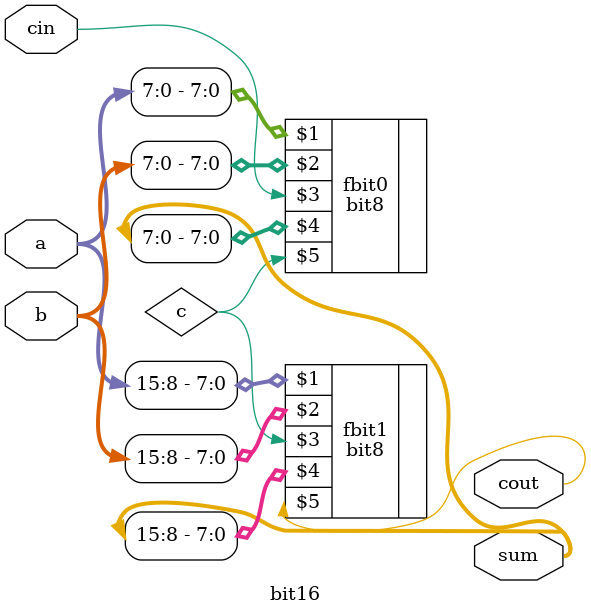
<source format=v>
`include "Fulladder8.v"

module bit16(a,b,cin,sum,cout);

input [15:0] a,b;
	input cin;
	output[15:0] sum;
	output cout;
	wire c,c1,c2;
	
	bit8 fbit0(a[7:0],b[7:0],cin,sum[7:0],c);

	bit8 fbit1(a[15:8],b[15:8],c,sum[15:8],cout);


endmodule
</source>
